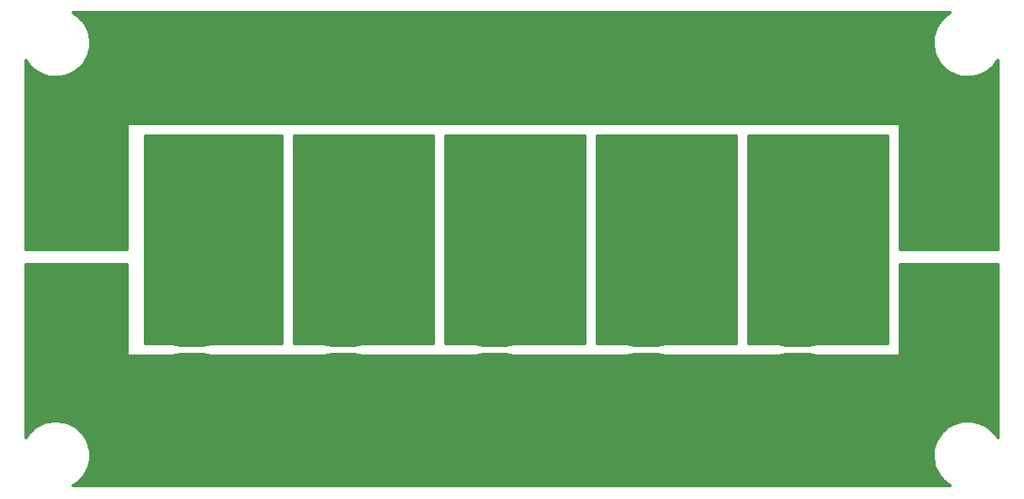
<source format=gbl>
G04 DipTrace 2.4.0.2*
%INPowerPoleExpander.GBL*%
%MOMM*%
%ADD14C,0.3*%
%ADD19C,6.0*%
%ADD20O,6.0X3.5*%
%ADD21C,5.0*%
%FSLAX53Y53*%
G04*
G71*
G90*
G75*
G01*
%LNBottom*%
%LPD*%
X6364Y48448D2*
D14*
X93665D1*
X6688Y48152D2*
X93342D1*
X6941Y47855D2*
X93084D1*
X7147Y47558D2*
X92882D1*
X7311Y47262D2*
X92718D1*
X7438Y46965D2*
X92587D1*
X7536Y46668D2*
X92489D1*
X7606Y46372D2*
X92423D1*
X7649Y46075D2*
X92376D1*
X7667Y45778D2*
X92362D1*
X7663Y45482D2*
X92367D1*
X7625Y45185D2*
X92400D1*
X7569Y44888D2*
X92460D1*
X7480Y44592D2*
X92545D1*
X7367Y44295D2*
X92662D1*
X7217Y43998D2*
X92812D1*
X7030Y43702D2*
X93000D1*
X1140Y43405D2*
X1476D1*
X6795D2*
X93234D1*
X98553D2*
X98887D1*
X1140Y43108D2*
X1771D1*
X6500D2*
X93529D1*
X98258D2*
X98887D1*
X1140Y42812D2*
X2151D1*
X6116D2*
X93909D1*
X97874D2*
X98887D1*
X1140Y42515D2*
X2690D1*
X5581D2*
X94448D1*
X97335D2*
X98887D1*
X1140Y42218D2*
X4007D1*
X4259D2*
X95765D1*
X96020D2*
X98887D1*
X1140Y41922D2*
X98887D1*
X1140Y41625D2*
X98887D1*
X1140Y41328D2*
X98887D1*
X1140Y41032D2*
X98887D1*
X1140Y40735D2*
X98887D1*
X1140Y40438D2*
X98887D1*
X1140Y40142D2*
X98887D1*
X1140Y39845D2*
X98887D1*
X1140Y39548D2*
X98887D1*
X1140Y39252D2*
X98887D1*
X1140Y38955D2*
X98887D1*
X1140Y38658D2*
X98887D1*
X1140Y38362D2*
X98887D1*
X1140Y38065D2*
X98887D1*
X1140Y37768D2*
X98887D1*
X1140Y37472D2*
X11259D1*
X89089D2*
X98887D1*
X1140Y37175D2*
X11259D1*
X89089D2*
X98887D1*
X1140Y36878D2*
X11259D1*
X89089D2*
X98887D1*
X1140Y36582D2*
X11259D1*
X89089D2*
X98887D1*
X1140Y36285D2*
X11259D1*
X89089D2*
X98887D1*
X1140Y35988D2*
X11259D1*
X89089D2*
X98887D1*
X1140Y35692D2*
X11259D1*
X89089D2*
X98887D1*
X1140Y35395D2*
X11259D1*
X89089D2*
X98887D1*
X1140Y35098D2*
X11259D1*
X89089D2*
X98887D1*
X1140Y34802D2*
X11259D1*
X89089D2*
X98887D1*
X1140Y34505D2*
X11259D1*
X89089D2*
X98887D1*
X1140Y34208D2*
X11259D1*
X89089D2*
X98887D1*
X1140Y33912D2*
X11259D1*
X89089D2*
X98887D1*
X1140Y33615D2*
X11259D1*
X89089D2*
X98887D1*
X1140Y33318D2*
X11259D1*
X89089D2*
X98887D1*
X1140Y33022D2*
X11259D1*
X89089D2*
X98887D1*
X1140Y32725D2*
X11259D1*
X89089D2*
X98887D1*
X1140Y32428D2*
X11259D1*
X89089D2*
X98887D1*
X1140Y32132D2*
X11259D1*
X89089D2*
X98887D1*
X1140Y31835D2*
X11259D1*
X89089D2*
X98887D1*
X1140Y31538D2*
X11259D1*
X89089D2*
X98887D1*
X1140Y31242D2*
X11259D1*
X89089D2*
X98887D1*
X1140Y30945D2*
X11259D1*
X89089D2*
X98887D1*
X1140Y30648D2*
X11259D1*
X89089D2*
X98887D1*
X1140Y30352D2*
X11259D1*
X89089D2*
X98887D1*
X1140Y30055D2*
X11259D1*
X89089D2*
X98887D1*
X1140Y29758D2*
X11259D1*
X89089D2*
X98887D1*
X1140Y29462D2*
X11259D1*
X89089D2*
X98887D1*
X1140Y29165D2*
X11259D1*
X89089D2*
X98887D1*
X1140Y28868D2*
X11259D1*
X89089D2*
X98887D1*
X1140Y28572D2*
X11259D1*
X89089D2*
X98887D1*
X1140Y28275D2*
X11259D1*
X89089D2*
X98887D1*
X1140Y27978D2*
X11259D1*
X89089D2*
X98887D1*
X1140Y27682D2*
X11259D1*
X89089D2*
X98887D1*
X1140Y27385D2*
X11259D1*
X89089D2*
X98887D1*
X1140Y27088D2*
X11259D1*
X89089D2*
X98887D1*
X1140Y26792D2*
X11259D1*
X89089D2*
X98887D1*
X1140Y26495D2*
X11259D1*
X89089D2*
X98887D1*
X1140Y26198D2*
X11259D1*
X89089D2*
X98887D1*
X1140Y25902D2*
X11259D1*
X89089D2*
X98887D1*
X1140Y25605D2*
X11259D1*
X89089D2*
X98887D1*
X1140Y25308D2*
X11259D1*
X89089D2*
X98887D1*
X1140Y25012D2*
X11259D1*
X89089D2*
X98887D1*
X7636Y45570D2*
X7610Y45271D1*
X7559Y44976D1*
X7483Y44686D1*
X7382Y44403D1*
X7257Y44130D1*
X7110Y43869D1*
X6941Y43622D1*
X6751Y43389D1*
X6542Y43174D1*
X6316Y42978D1*
X6073Y42801D1*
X5816Y42646D1*
X5547Y42514D1*
X5268Y42405D1*
X4980Y42320D1*
X4686Y42260D1*
X4388Y42226D1*
X4089Y42217D1*
X3789Y42234D1*
X3492Y42276D1*
X3200Y42344D1*
X2915Y42436D1*
X2638Y42553D1*
X2373Y42692D1*
X2120Y42854D1*
X1883Y43037D1*
X1661Y43240D1*
X1458Y43460D1*
X1275Y43698D1*
X1110Y43954D1*
Y24915D1*
X11288D1*
Y37465D1*
X11361Y37592D1*
X11438Y37615D1*
X88908D1*
X89034Y37542D1*
X89058Y37465D1*
Y24915D1*
X98918D1*
Y43951D1*
X98698Y43622D1*
X98508Y43389D1*
X98299Y43174D1*
X98073Y42978D1*
X97830Y42801D1*
X97573Y42646D1*
X97304Y42514D1*
X97025Y42405D1*
X96737Y42320D1*
X96443Y42260D1*
X96145Y42226D1*
X95846Y42217D1*
X95546Y42234D1*
X95249Y42276D1*
X94957Y42344D1*
X94672Y42436D1*
X94395Y42553D1*
X94130Y42692D1*
X93877Y42854D1*
X93640Y43037D1*
X93418Y43240D1*
X93215Y43460D1*
X93032Y43698D1*
X92869Y43950D1*
X92729Y44215D1*
X92612Y44491D1*
X92519Y44776D1*
X92450Y45068D1*
X92407Y45365D1*
X92390Y45664D1*
X92398Y45964D1*
X92431Y46262D1*
X92490Y46556D1*
X92574Y46844D1*
X92683Y47123D1*
X92814Y47393D1*
X92969Y47650D1*
X93144Y47893D1*
X93340Y48120D1*
X93555Y48330D1*
X93787Y48520D1*
X94034Y48690D1*
X94118Y48745D1*
X5903D1*
X6227Y48531D1*
X6459Y48342D1*
X6675Y48133D1*
X6872Y47907D1*
X7049Y47665D1*
X7205Y47409D1*
X7338Y47140D1*
X7448Y46861D1*
X7533Y46573D1*
X7594Y46280D1*
X7629Y45982D1*
X7639Y45720D1*
X7636Y45570D1*
X1140Y23048D2*
X11259D1*
X89089D2*
X98887D1*
X1140Y22752D2*
X11259D1*
X89089D2*
X98887D1*
X1140Y22455D2*
X11259D1*
X89089D2*
X98887D1*
X1140Y22158D2*
X11259D1*
X89089D2*
X98887D1*
X1140Y21862D2*
X11259D1*
X89089D2*
X98887D1*
X1140Y21565D2*
X11259D1*
X89089D2*
X98887D1*
X1140Y21268D2*
X11259D1*
X89089D2*
X98887D1*
X1140Y20972D2*
X11259D1*
X89089D2*
X98887D1*
X1140Y20675D2*
X11259D1*
X89089D2*
X98887D1*
X1140Y20378D2*
X11259D1*
X89089D2*
X98887D1*
X1140Y20082D2*
X11259D1*
X89089D2*
X98887D1*
X1140Y19785D2*
X11259D1*
X89089D2*
X98887D1*
X1140Y19488D2*
X11259D1*
X89089D2*
X98887D1*
X1140Y19192D2*
X11259D1*
X89089D2*
X98887D1*
X1140Y18895D2*
X11259D1*
X89089D2*
X98887D1*
X1140Y18598D2*
X11259D1*
X89089D2*
X98887D1*
X1140Y18302D2*
X11259D1*
X89089D2*
X98887D1*
X1140Y18005D2*
X11259D1*
X89089D2*
X98887D1*
X1140Y17708D2*
X11259D1*
X89089D2*
X98887D1*
X1140Y17412D2*
X11259D1*
X89089D2*
X98887D1*
X1140Y17115D2*
X11259D1*
X89089D2*
X98887D1*
X1140Y16818D2*
X11259D1*
X89089D2*
X98887D1*
X1140Y16522D2*
X11259D1*
X89089D2*
X98887D1*
X1140Y16225D2*
X11259D1*
X89089D2*
X98887D1*
X1140Y15928D2*
X11259D1*
X89089D2*
X98887D1*
X1140Y15632D2*
X11259D1*
X89089D2*
X98887D1*
X1140Y15335D2*
X11259D1*
X89089D2*
X98887D1*
X1140Y15038D2*
X11259D1*
X89089D2*
X98887D1*
X1140Y14742D2*
X11259D1*
X89089D2*
X98887D1*
X1140Y14445D2*
X11259D1*
X89089D2*
X98887D1*
X1140Y14148D2*
X11259D1*
X89042D2*
X98887D1*
X1140Y13852D2*
X98887D1*
X1140Y13555D2*
X98887D1*
X1140Y13258D2*
X98887D1*
X1140Y12962D2*
X98887D1*
X1140Y12665D2*
X98887D1*
X1140Y12368D2*
X98887D1*
X1140Y12072D2*
X98887D1*
X1140Y11775D2*
X98887D1*
X1140Y11478D2*
X98887D1*
X1140Y11182D2*
X98887D1*
X1140Y10885D2*
X98887D1*
X1140Y10588D2*
X98887D1*
X1140Y10292D2*
X98887D1*
X1140Y9995D2*
X98887D1*
X1140Y9698D2*
X98887D1*
X1140Y9402D2*
X98887D1*
X1140Y9105D2*
X98887D1*
X1140Y8808D2*
X98887D1*
X1140Y8512D2*
X98887D1*
X1140Y8215D2*
X98887D1*
X1140Y7918D2*
X98887D1*
X1140Y7622D2*
X3848D1*
X4419D2*
X95606D1*
X96177D2*
X98887D1*
X1140Y7325D2*
X2671D1*
X5595D2*
X94429D1*
X97353D2*
X98887D1*
X1140Y7028D2*
X2142D1*
X6130D2*
X93900D1*
X97888D2*
X98887D1*
X1140Y6732D2*
X1762D1*
X6510D2*
X93520D1*
X98267D2*
X98887D1*
X1140Y6435D2*
X1471D1*
X6800D2*
X93225D1*
X98558D2*
X98887D1*
X7035Y6138D2*
X92995D1*
X7222Y5842D2*
X92807D1*
X7367Y5545D2*
X92657D1*
X7485Y5248D2*
X92545D1*
X7569Y4952D2*
X92456D1*
X7630Y4655D2*
X92400D1*
X7663Y4358D2*
X92367D1*
X7667Y4062D2*
X92362D1*
X7649Y3765D2*
X92376D1*
X7606Y3468D2*
X92423D1*
X7536Y3172D2*
X92493D1*
X7438Y2875D2*
X92592D1*
X7306Y2578D2*
X92723D1*
X7142Y2282D2*
X92887D1*
X6936Y1985D2*
X93093D1*
X6678Y1688D2*
X93346D1*
X6355Y1392D2*
X93675D1*
X7636Y3978D2*
X7610Y3679D1*
X7559Y3384D1*
X7483Y3094D1*
X7382Y2811D1*
X7257Y2538D1*
X7110Y2277D1*
X6941Y2030D1*
X6751Y1797D1*
X6542Y1582D1*
X6316Y1386D1*
X6073Y1209D1*
X5910Y1103D1*
X94124D1*
X93877Y1262D1*
X93640Y1445D1*
X93418Y1648D1*
X93215Y1868D1*
X93032Y2106D1*
X92869Y2358D1*
X92729Y2623D1*
X92612Y2899D1*
X92519Y3184D1*
X92450Y3476D1*
X92407Y3773D1*
X92390Y4072D1*
X92398Y4372D1*
X92431Y4670D1*
X92490Y4964D1*
X92574Y5252D1*
X92683Y5531D1*
X92814Y5801D1*
X92969Y6058D1*
X93144Y6301D1*
X93340Y6528D1*
X93555Y6738D1*
X93787Y6928D1*
X94034Y7098D1*
X94295Y7246D1*
X94567Y7371D1*
X94850Y7472D1*
X95139Y7549D1*
X95435Y7601D1*
X95734Y7628D1*
X96033Y7629D1*
X96332Y7604D1*
X96628Y7553D1*
X96918Y7478D1*
X97201Y7378D1*
X97474Y7254D1*
X97736Y7107D1*
X97984Y6939D1*
X98216Y6750D1*
X98432Y6541D1*
X98629Y6315D1*
X98806Y6073D1*
X98918Y5903D1*
Y23345D1*
X89058D1*
Y14288D1*
X88984Y14161D1*
X88908Y14138D1*
X11438D1*
X11311Y14211D1*
X11288Y14288D1*
Y23345D1*
X1110D1*
Y5893D1*
X1297Y6181D1*
X1483Y6417D1*
X1688Y6635D1*
X1912Y6835D1*
X2152Y7015D1*
X2406Y7175D1*
X2673Y7311D1*
X2950Y7425D1*
X3237Y7514D1*
X3530Y7579D1*
X3827Y7618D1*
X4126Y7631D1*
X4426Y7619D1*
X4724Y7582D1*
X5017Y7519D1*
X5304Y7431D1*
X5582Y7319D1*
X5849Y7183D1*
X6105Y7026D1*
X6345Y6847D1*
X6570Y6648D1*
X6776Y6430D1*
X6963Y6196D1*
X7130Y5947D1*
X7274Y5684D1*
X7396Y5410D1*
X7494Y5126D1*
X7567Y4835D1*
X7615Y4539D1*
X7637Y4240D1*
X7636Y3978D1*
X73848Y36066D2*
X87777D1*
X73848Y35769D2*
X87777D1*
X73848Y35472D2*
X87777D1*
X73848Y35176D2*
X87777D1*
X73848Y34879D2*
X87777D1*
X73848Y34582D2*
X87777D1*
X73848Y34286D2*
X87777D1*
X73848Y33989D2*
X87777D1*
X73848Y33692D2*
X87777D1*
X73848Y33396D2*
X87777D1*
X73848Y33099D2*
X87777D1*
X73848Y32802D2*
X87777D1*
X73848Y32506D2*
X87777D1*
X73848Y32209D2*
X87777D1*
X73848Y31912D2*
X87777D1*
X73848Y31616D2*
X87777D1*
X73848Y31319D2*
X87777D1*
X73848Y31022D2*
X87777D1*
X73848Y30726D2*
X87777D1*
X73848Y30429D2*
X87777D1*
X73848Y30132D2*
X87777D1*
X73848Y29836D2*
X87777D1*
X73848Y29539D2*
X87777D1*
X73848Y29242D2*
X87777D1*
X73848Y28946D2*
X87777D1*
X73848Y28649D2*
X87777D1*
X73848Y28352D2*
X87777D1*
X73848Y28056D2*
X87777D1*
X73848Y27759D2*
X87777D1*
X73848Y27462D2*
X87777D1*
X73848Y27166D2*
X87777D1*
X73848Y26869D2*
X87777D1*
X73848Y26572D2*
X87777D1*
X73848Y26276D2*
X87777D1*
X73848Y25979D2*
X87777D1*
X73848Y25682D2*
X87777D1*
X73848Y25386D2*
X87777D1*
X73848Y25089D2*
X87777D1*
X73848Y24792D2*
X87777D1*
X73848Y24496D2*
X87777D1*
X73848Y24199D2*
X87777D1*
X73848Y23902D2*
X87777D1*
X73848Y23606D2*
X87777D1*
X73848Y23309D2*
X87777D1*
X73848Y23012D2*
X87777D1*
X73848Y22716D2*
X87777D1*
X73848Y22419D2*
X87777D1*
X73848Y22122D2*
X87777D1*
X73848Y21826D2*
X87777D1*
X73848Y21529D2*
X87777D1*
X73848Y21232D2*
X87777D1*
X73848Y20936D2*
X87777D1*
X73848Y20639D2*
X87777D1*
X73848Y20342D2*
X87777D1*
X73848Y20046D2*
X87777D1*
X73848Y19749D2*
X87777D1*
X73848Y19452D2*
X87777D1*
X73848Y19156D2*
X87777D1*
X73848Y18859D2*
X87777D1*
X73848Y18562D2*
X87777D1*
X73848Y18266D2*
X87777D1*
X73848Y17969D2*
X87777D1*
X73848Y17672D2*
X87777D1*
X73848Y17376D2*
X87777D1*
X73848Y17079D2*
X87777D1*
X73848Y16782D2*
X87777D1*
X73848Y16486D2*
X87777D1*
X73848Y16189D2*
X87777D1*
X73848Y15892D2*
X87777D1*
X73848Y15596D2*
X87777D1*
X87655Y36363D2*
X73818D1*
Y15390D1*
X87805D1*
Y36363D1*
X87655D1*
X58608Y36066D2*
X72537D1*
X58608Y35769D2*
X72537D1*
X58608Y35472D2*
X72537D1*
X58608Y35176D2*
X72537D1*
X58608Y34879D2*
X72537D1*
X58608Y34582D2*
X72537D1*
X58608Y34286D2*
X72537D1*
X58608Y33989D2*
X72537D1*
X58608Y33692D2*
X72537D1*
X58608Y33396D2*
X72537D1*
X58608Y33099D2*
X72537D1*
X58608Y32802D2*
X72537D1*
X58608Y32506D2*
X72537D1*
X58608Y32209D2*
X72537D1*
X58608Y31912D2*
X72537D1*
X58608Y31616D2*
X72537D1*
X58608Y31319D2*
X72537D1*
X58608Y31022D2*
X72537D1*
X58608Y30726D2*
X72537D1*
X58608Y30429D2*
X72537D1*
X58608Y30132D2*
X72537D1*
X58608Y29836D2*
X72537D1*
X58608Y29539D2*
X72537D1*
X58608Y29242D2*
X72537D1*
X58608Y28946D2*
X72537D1*
X58608Y28649D2*
X72537D1*
X58608Y28352D2*
X72537D1*
X58608Y28056D2*
X72537D1*
X58608Y27759D2*
X72537D1*
X58608Y27462D2*
X72537D1*
X58608Y27166D2*
X72537D1*
X58608Y26869D2*
X72537D1*
X58608Y26572D2*
X72537D1*
X58608Y26276D2*
X72537D1*
X58608Y25979D2*
X72537D1*
X58608Y25682D2*
X72537D1*
X58608Y25386D2*
X72537D1*
X58608Y25089D2*
X72537D1*
X58608Y24792D2*
X72537D1*
X58608Y24496D2*
X72537D1*
X58608Y24199D2*
X72537D1*
X58608Y23902D2*
X72537D1*
X58608Y23606D2*
X72537D1*
X58608Y23309D2*
X72537D1*
X58608Y23012D2*
X72537D1*
X58608Y22716D2*
X72537D1*
X58608Y22419D2*
X72537D1*
X58608Y22122D2*
X72537D1*
X58608Y21826D2*
X72537D1*
X58608Y21529D2*
X72537D1*
X58608Y21232D2*
X72537D1*
X58608Y20936D2*
X72537D1*
X58608Y20639D2*
X72537D1*
X58608Y20342D2*
X72537D1*
X58608Y20046D2*
X72537D1*
X58608Y19749D2*
X72537D1*
X58608Y19452D2*
X72537D1*
X58608Y19156D2*
X72537D1*
X58608Y18859D2*
X72537D1*
X58608Y18562D2*
X72537D1*
X58608Y18266D2*
X72537D1*
X58608Y17969D2*
X72537D1*
X58608Y17672D2*
X72537D1*
X58608Y17376D2*
X72537D1*
X58608Y17079D2*
X72537D1*
X58608Y16782D2*
X72537D1*
X58608Y16486D2*
X72537D1*
X58608Y16189D2*
X72537D1*
X58608Y15892D2*
X72537D1*
X58608Y15596D2*
X72537D1*
X72415Y36362D2*
X58578D1*
Y15390D1*
X72565D1*
Y36362D1*
X72415D1*
X43368Y36066D2*
X57297D1*
X43368Y35769D2*
X57297D1*
X43368Y35472D2*
X57297D1*
X43368Y35176D2*
X57297D1*
X43368Y34879D2*
X57297D1*
X43368Y34582D2*
X57297D1*
X43368Y34286D2*
X57297D1*
X43368Y33989D2*
X57297D1*
X43368Y33692D2*
X57297D1*
X43368Y33396D2*
X57297D1*
X43368Y33099D2*
X57297D1*
X43368Y32802D2*
X57297D1*
X43368Y32506D2*
X57297D1*
X43368Y32209D2*
X57297D1*
X43368Y31912D2*
X57297D1*
X43368Y31616D2*
X57297D1*
X43368Y31319D2*
X57297D1*
X43368Y31022D2*
X57297D1*
X43368Y30726D2*
X57297D1*
X43368Y30429D2*
X57297D1*
X43368Y30132D2*
X57297D1*
X43368Y29836D2*
X57297D1*
X43368Y29539D2*
X57297D1*
X43368Y29242D2*
X57297D1*
X43368Y28946D2*
X57297D1*
X43368Y28649D2*
X57297D1*
X43368Y28352D2*
X57297D1*
X43368Y28056D2*
X57297D1*
X43368Y27759D2*
X57297D1*
X43368Y27462D2*
X57297D1*
X43368Y27166D2*
X57297D1*
X43368Y26869D2*
X57297D1*
X43368Y26572D2*
X57297D1*
X43368Y26276D2*
X57297D1*
X43368Y25979D2*
X57297D1*
X43368Y25682D2*
X57297D1*
X43368Y25386D2*
X57297D1*
X43368Y25089D2*
X57297D1*
X43368Y24792D2*
X57297D1*
X43368Y24496D2*
X57297D1*
X43368Y24199D2*
X57297D1*
X43368Y23902D2*
X57297D1*
X43368Y23606D2*
X57297D1*
X43368Y23309D2*
X57297D1*
X43368Y23012D2*
X57297D1*
X43368Y22716D2*
X57297D1*
X43368Y22419D2*
X57297D1*
X43368Y22122D2*
X57297D1*
X43368Y21826D2*
X57297D1*
X43368Y21529D2*
X57297D1*
X43368Y21232D2*
X57297D1*
X43368Y20936D2*
X57297D1*
X43368Y20639D2*
X57297D1*
X43368Y20342D2*
X57297D1*
X43368Y20046D2*
X57297D1*
X43368Y19749D2*
X57297D1*
X43368Y19452D2*
X57297D1*
X43368Y19156D2*
X57297D1*
X43368Y18859D2*
X57297D1*
X43368Y18562D2*
X57297D1*
X43368Y18266D2*
X57297D1*
X43368Y17969D2*
X57297D1*
X43368Y17672D2*
X57297D1*
X43368Y17376D2*
X57297D1*
X43368Y17079D2*
X57297D1*
X43368Y16782D2*
X57297D1*
X43368Y16486D2*
X57297D1*
X43368Y16189D2*
X57297D1*
X43368Y15892D2*
X57297D1*
X43368Y15596D2*
X57297D1*
X57175Y36362D2*
X43338D1*
Y15390D1*
X57325D1*
Y36362D1*
X57175D1*
X28128Y36066D2*
X42057D1*
X28128Y35769D2*
X42057D1*
X28128Y35472D2*
X42057D1*
X28128Y35176D2*
X42057D1*
X28128Y34879D2*
X42057D1*
X28128Y34582D2*
X42057D1*
X28128Y34286D2*
X42057D1*
X28128Y33989D2*
X42057D1*
X28128Y33692D2*
X42057D1*
X28128Y33396D2*
X42057D1*
X28128Y33099D2*
X42057D1*
X28128Y32802D2*
X42057D1*
X28128Y32506D2*
X42057D1*
X28128Y32209D2*
X42057D1*
X28128Y31912D2*
X42057D1*
X28128Y31616D2*
X42057D1*
X28128Y31319D2*
X42057D1*
X28128Y31022D2*
X42057D1*
X28128Y30726D2*
X42057D1*
X28128Y30429D2*
X42057D1*
X28128Y30132D2*
X42057D1*
X28128Y29836D2*
X42057D1*
X28128Y29539D2*
X42057D1*
X28128Y29242D2*
X42057D1*
X28128Y28946D2*
X42057D1*
X28128Y28649D2*
X42057D1*
X28128Y28352D2*
X42057D1*
X28128Y28056D2*
X42057D1*
X28128Y27759D2*
X42057D1*
X28128Y27462D2*
X42057D1*
X28128Y27166D2*
X42057D1*
X28128Y26869D2*
X42057D1*
X28128Y26572D2*
X42057D1*
X28128Y26276D2*
X42057D1*
X28128Y25979D2*
X42057D1*
X28128Y25682D2*
X42057D1*
X28128Y25386D2*
X42057D1*
X28128Y25089D2*
X42057D1*
X28128Y24792D2*
X42057D1*
X28128Y24496D2*
X42057D1*
X28128Y24199D2*
X42057D1*
X28128Y23902D2*
X42057D1*
X28128Y23606D2*
X42057D1*
X28128Y23309D2*
X42057D1*
X28128Y23012D2*
X42057D1*
X28128Y22716D2*
X42057D1*
X28128Y22419D2*
X42057D1*
X28128Y22122D2*
X42057D1*
X28128Y21826D2*
X42057D1*
X28128Y21529D2*
X42057D1*
X28128Y21232D2*
X42057D1*
X28128Y20936D2*
X42057D1*
X28128Y20639D2*
X42057D1*
X28128Y20342D2*
X42057D1*
X28128Y20046D2*
X42057D1*
X28128Y19749D2*
X42057D1*
X28128Y19452D2*
X42057D1*
X28128Y19156D2*
X42057D1*
X28128Y18859D2*
X42057D1*
X28128Y18562D2*
X42057D1*
X28128Y18266D2*
X42057D1*
X28128Y17969D2*
X42057D1*
X28128Y17672D2*
X42057D1*
X28128Y17376D2*
X42057D1*
X28128Y17079D2*
X42057D1*
X28128Y16782D2*
X42057D1*
X28128Y16486D2*
X42057D1*
X28128Y16189D2*
X42057D1*
X28128Y15892D2*
X42057D1*
X28128Y15596D2*
X42057D1*
X41935Y36362D2*
X28098D1*
Y15390D1*
X42085D1*
Y36362D1*
X41935D1*
X13205Y36066D2*
X26816D1*
X13205Y35769D2*
X26816D1*
X13205Y35472D2*
X26816D1*
X13205Y35176D2*
X26816D1*
X13205Y34879D2*
X26816D1*
X13205Y34582D2*
X26816D1*
X13205Y34286D2*
X26816D1*
X13205Y33989D2*
X26816D1*
X13205Y33692D2*
X26816D1*
X13205Y33396D2*
X26816D1*
X13205Y33099D2*
X26816D1*
X13205Y32802D2*
X26816D1*
X13205Y32506D2*
X26816D1*
X13205Y32209D2*
X26816D1*
X13205Y31912D2*
X26816D1*
X13205Y31616D2*
X26816D1*
X13205Y31319D2*
X26816D1*
X13205Y31022D2*
X26816D1*
X13205Y30726D2*
X26816D1*
X13205Y30429D2*
X26816D1*
X13205Y30132D2*
X26816D1*
X13205Y29836D2*
X26816D1*
X13205Y29539D2*
X26816D1*
X13205Y29242D2*
X26816D1*
X13205Y28946D2*
X26816D1*
X13205Y28649D2*
X26816D1*
X13205Y28352D2*
X26816D1*
X13205Y28056D2*
X26816D1*
X13205Y27759D2*
X26816D1*
X13205Y27462D2*
X26816D1*
X13205Y27166D2*
X26816D1*
X13205Y26869D2*
X26816D1*
X13205Y26572D2*
X26816D1*
X13205Y26276D2*
X26816D1*
X13205Y25979D2*
X26816D1*
X13205Y25682D2*
X26816D1*
X13205Y25386D2*
X26816D1*
X13205Y25089D2*
X26816D1*
X13205Y24792D2*
X26816D1*
X13205Y24496D2*
X26816D1*
X13205Y24199D2*
X26816D1*
X13205Y23902D2*
X26816D1*
X13205Y23606D2*
X26816D1*
X13205Y23309D2*
X26816D1*
X13205Y23012D2*
X26816D1*
X13205Y22716D2*
X26816D1*
X13205Y22419D2*
X26816D1*
X13205Y22122D2*
X26816D1*
X13205Y21826D2*
X26816D1*
X13205Y21529D2*
X26816D1*
X13205Y21232D2*
X26816D1*
X13205Y20936D2*
X26816D1*
X13205Y20639D2*
X26816D1*
X13205Y20342D2*
X26816D1*
X13205Y20046D2*
X26816D1*
X13205Y19749D2*
X26816D1*
X13205Y19452D2*
X26816D1*
X13205Y19156D2*
X26816D1*
X13205Y18859D2*
X26816D1*
X13205Y18562D2*
X26816D1*
X13205Y18266D2*
X26816D1*
X13205Y17969D2*
X26816D1*
X13205Y17672D2*
X26816D1*
X13205Y17376D2*
X26816D1*
X13205Y17079D2*
X26816D1*
X13205Y16782D2*
X26816D1*
X13205Y16486D2*
X26816D1*
X13205Y16189D2*
X26816D1*
X13205Y15892D2*
X26816D1*
X13205Y15596D2*
X26816D1*
X26695Y36362D2*
X13175D1*
Y15390D1*
X26845D1*
Y36362D1*
X26695D1*
D19*
X93988Y27940D3*
Y20320D3*
X4770Y27940D3*
Y20320D3*
D20*
X17788Y7620D3*
Y12720D3*
Y16820D3*
Y21920D3*
X33028Y7620D3*
Y12720D3*
Y16820D3*
Y21920D3*
X48268Y7620D3*
Y12720D3*
Y16820D3*
Y21920D3*
X63508Y7620D3*
Y12720D3*
Y16820D3*
Y21920D3*
X78748Y7620D3*
Y12720D3*
Y16820D3*
Y21920D3*
D21*
X17788Y33020D3*
Y41020D3*
X33028Y33020D3*
Y41020D3*
X48268Y33020D3*
Y41020D3*
X63508Y33020D3*
Y41020D3*
X78748Y33020D3*
Y41020D3*
M02*

</source>
